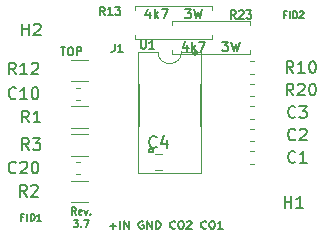
<source format=gto>
G04 #@! TF.GenerationSoftware,KiCad,Pcbnew,(5.1.9-0-10_14)*
G04 #@! TF.CreationDate,2021-04-29T15:18:39+10:00*
G04 #@! TF.ProjectId,VR-Conditioner-MAX9926+reg,56522d43-6f6e-4646-9974-696f6e65722d,3.7*
G04 #@! TF.SameCoordinates,PX68c4118PY713e7a8*
G04 #@! TF.FileFunction,Legend,Top*
G04 #@! TF.FilePolarity,Positive*
%FSLAX46Y46*%
G04 Gerber Fmt 4.6, Leading zero omitted, Abs format (unit mm)*
G04 Created by KiCad (PCBNEW (5.1.9-0-10_14)) date 2021-04-29 15:18:39*
%MOMM*%
%LPD*%
G01*
G04 APERTURE LIST*
%ADD10C,0.150000*%
%ADD11C,0.120000*%
%ADD12C,0.152400*%
G04 APERTURE END LIST*
D10*
X7933333Y3107143D02*
X8466666Y3107143D01*
X8200000Y2878572D02*
X8200000Y3335715D01*
X8800000Y2878572D02*
X8800000Y3478572D01*
X9133333Y2878572D02*
X9133333Y3478572D01*
X9533333Y2878572D01*
X9533333Y3478572D01*
X10766666Y3450000D02*
X10700000Y3478572D01*
X10600000Y3478572D01*
X10500000Y3450000D01*
X10433333Y3392858D01*
X10400000Y3335715D01*
X10366666Y3221429D01*
X10366666Y3135715D01*
X10400000Y3021429D01*
X10433333Y2964286D01*
X10500000Y2907143D01*
X10600000Y2878572D01*
X10666666Y2878572D01*
X10766666Y2907143D01*
X10800000Y2935715D01*
X10800000Y3135715D01*
X10666666Y3135715D01*
X11100000Y2878572D02*
X11100000Y3478572D01*
X11500000Y2878572D01*
X11500000Y3478572D01*
X11833333Y2878572D02*
X11833333Y3478572D01*
X12000000Y3478572D01*
X12100000Y3450000D01*
X12166666Y3392858D01*
X12200000Y3335715D01*
X12233333Y3221429D01*
X12233333Y3135715D01*
X12200000Y3021429D01*
X12166666Y2964286D01*
X12100000Y2907143D01*
X12000000Y2878572D01*
X11833333Y2878572D01*
X13466666Y2935715D02*
X13433333Y2907143D01*
X13333333Y2878572D01*
X13266666Y2878572D01*
X13166666Y2907143D01*
X13100000Y2964286D01*
X13066666Y3021429D01*
X13033333Y3135715D01*
X13033333Y3221429D01*
X13066666Y3335715D01*
X13100000Y3392858D01*
X13166666Y3450000D01*
X13266666Y3478572D01*
X13333333Y3478572D01*
X13433333Y3450000D01*
X13466666Y3421429D01*
X13900000Y3478572D02*
X14033333Y3478572D01*
X14100000Y3450000D01*
X14166666Y3392858D01*
X14200000Y3278572D01*
X14200000Y3078572D01*
X14166666Y2964286D01*
X14100000Y2907143D01*
X14033333Y2878572D01*
X13900000Y2878572D01*
X13833333Y2907143D01*
X13766666Y2964286D01*
X13733333Y3078572D01*
X13733333Y3278572D01*
X13766666Y3392858D01*
X13833333Y3450000D01*
X13900000Y3478572D01*
X14466666Y3421429D02*
X14500000Y3450000D01*
X14566666Y3478572D01*
X14733333Y3478572D01*
X14800000Y3450000D01*
X14833333Y3421429D01*
X14866666Y3364286D01*
X14866666Y3307143D01*
X14833333Y3221429D01*
X14433333Y2878572D01*
X14866666Y2878572D01*
X16100000Y2935715D02*
X16066666Y2907143D01*
X15966666Y2878572D01*
X15900000Y2878572D01*
X15800000Y2907143D01*
X15733333Y2964286D01*
X15700000Y3021429D01*
X15666666Y3135715D01*
X15666666Y3221429D01*
X15700000Y3335715D01*
X15733333Y3392858D01*
X15800000Y3450000D01*
X15900000Y3478572D01*
X15966666Y3478572D01*
X16066666Y3450000D01*
X16100000Y3421429D01*
X16533333Y3478572D02*
X16666666Y3478572D01*
X16733333Y3450000D01*
X16800000Y3392858D01*
X16833333Y3278572D01*
X16833333Y3078572D01*
X16800000Y2964286D01*
X16733333Y2907143D01*
X16666666Y2878572D01*
X16533333Y2878572D01*
X16466666Y2907143D01*
X16400000Y2964286D01*
X16366666Y3078572D01*
X16366666Y3278572D01*
X16400000Y3392858D01*
X16466666Y3450000D01*
X16533333Y3478572D01*
X17500000Y2878572D02*
X17100000Y2878572D01*
X17300000Y2878572D02*
X17300000Y3478572D01*
X17233333Y3392858D01*
X17166666Y3335715D01*
X17100000Y3307143D01*
X3768333Y18233334D02*
X4168333Y18233334D01*
X3968333Y17533334D02*
X3968333Y18233334D01*
X4535000Y18233334D02*
X4668333Y18233334D01*
X4735000Y18200000D01*
X4801666Y18133334D01*
X4835000Y18000000D01*
X4835000Y17766667D01*
X4801666Y17633334D01*
X4735000Y17566667D01*
X4668333Y17533334D01*
X4535000Y17533334D01*
X4468333Y17566667D01*
X4401666Y17633334D01*
X4368333Y17766667D01*
X4368333Y18000000D01*
X4401666Y18133334D01*
X4468333Y18200000D01*
X4535000Y18233334D01*
X5135000Y17533334D02*
X5135000Y18233334D01*
X5401666Y18233334D01*
X5468333Y18200000D01*
X5501666Y18166667D01*
X5535000Y18100000D01*
X5535000Y18000000D01*
X5501666Y17933334D01*
X5468333Y17900000D01*
X5401666Y17866667D01*
X5135000Y17866667D01*
X5072142Y4063572D02*
X4872142Y4349286D01*
X4729285Y4063572D02*
X4729285Y4663572D01*
X4957857Y4663572D01*
X5015000Y4635000D01*
X5043571Y4606429D01*
X5072142Y4549286D01*
X5072142Y4463572D01*
X5043571Y4406429D01*
X5015000Y4377858D01*
X4957857Y4349286D01*
X4729285Y4349286D01*
X5557857Y4092143D02*
X5500714Y4063572D01*
X5386428Y4063572D01*
X5329285Y4092143D01*
X5300714Y4149286D01*
X5300714Y4377858D01*
X5329285Y4435000D01*
X5386428Y4463572D01*
X5500714Y4463572D01*
X5557857Y4435000D01*
X5586428Y4377858D01*
X5586428Y4320715D01*
X5300714Y4263572D01*
X5786428Y4463572D02*
X5929285Y4063572D01*
X6072142Y4463572D01*
X6300714Y4120715D02*
X6329285Y4092143D01*
X6300714Y4063572D01*
X6272142Y4092143D01*
X6300714Y4120715D01*
X6300714Y4063572D01*
X4886428Y3613572D02*
X5257857Y3613572D01*
X5057857Y3385000D01*
X5143571Y3385000D01*
X5200714Y3356429D01*
X5229285Y3327858D01*
X5257857Y3270715D01*
X5257857Y3127858D01*
X5229285Y3070715D01*
X5200714Y3042143D01*
X5143571Y3013572D01*
X4972142Y3013572D01*
X4915000Y3042143D01*
X4886428Y3070715D01*
X5515000Y3070715D02*
X5543571Y3042143D01*
X5515000Y3013572D01*
X5486428Y3042143D01*
X5515000Y3070715D01*
X5515000Y3013572D01*
X5743571Y3613572D02*
X6143571Y3613572D01*
X5886428Y3013572D01*
X14510000Y18421429D02*
X14510000Y17888096D01*
X14319523Y18726191D02*
X14129047Y18154762D01*
X14624285Y18154762D01*
X14929047Y17888096D02*
X14929047Y18688096D01*
X15005238Y18192858D02*
X15233809Y17888096D01*
X15233809Y18421429D02*
X14929047Y18116667D01*
X15500476Y18688096D02*
X16033809Y18688096D01*
X15690952Y17888096D01*
X17481428Y18688096D02*
X17976666Y18688096D01*
X17710000Y18383334D01*
X17824285Y18383334D01*
X17900476Y18345239D01*
X17938571Y18307143D01*
X17976666Y18230953D01*
X17976666Y18040477D01*
X17938571Y17964286D01*
X17900476Y17926191D01*
X17824285Y17888096D01*
X17595714Y17888096D01*
X17519523Y17926191D01*
X17481428Y17964286D01*
X18243333Y18688096D02*
X18433809Y17888096D01*
X18586190Y18459524D01*
X18738571Y17888096D01*
X18929047Y18688096D01*
X11335000Y21201429D02*
X11335000Y20668096D01*
X11144523Y21506191D02*
X10954047Y20934762D01*
X11449285Y20934762D01*
X11754047Y20668096D02*
X11754047Y21468096D01*
X11830238Y20972858D02*
X12058809Y20668096D01*
X12058809Y21201429D02*
X11754047Y20896667D01*
X12325476Y21468096D02*
X12858809Y21468096D01*
X12515952Y20668096D01*
X14306428Y21468096D02*
X14801666Y21468096D01*
X14535000Y21163334D01*
X14649285Y21163334D01*
X14725476Y21125239D01*
X14763571Y21087143D01*
X14801666Y21010953D01*
X14801666Y20820477D01*
X14763571Y20744286D01*
X14725476Y20706191D01*
X14649285Y20668096D01*
X14420714Y20668096D01*
X14344523Y20706191D01*
X14306428Y20744286D01*
X15068333Y21468096D02*
X15258809Y20668096D01*
X15411190Y21239524D01*
X15563571Y20668096D01*
X15754047Y21468096D01*
D11*
G04 #@! TO.C,C20*
X5433279Y8511000D02*
X5107721Y8511000D01*
X5433279Y7491000D02*
X5107721Y7491000D01*
G04 #@! TO.C,C10*
X5107721Y13777500D02*
X5433279Y13777500D01*
X5107721Y14797500D02*
X5433279Y14797500D01*
G04 #@! TO.C,C4*
X11806422Y7799000D02*
X12323578Y7799000D01*
X11806422Y9219000D02*
X12323578Y9219000D01*
G04 #@! TO.C,C3*
X20165279Y13210000D02*
X19839721Y13210000D01*
X20165279Y12190000D02*
X19839721Y12190000D01*
G04 #@! TO.C,C2*
X20165279Y11305000D02*
X19839721Y11305000D01*
X20165279Y10285000D02*
X19839721Y10285000D01*
G04 #@! TO.C,C1*
X20165279Y9400000D02*
X19839721Y9400000D01*
X20165279Y8380000D02*
X19839721Y8380000D01*
G04 #@! TO.C,R23*
X13240000Y20090000D02*
X13240000Y20420000D01*
X13240000Y20420000D02*
X19780000Y20420000D01*
X19780000Y20420000D02*
X19780000Y20090000D01*
X13240000Y18010000D02*
X13240000Y17680000D01*
X13240000Y17680000D02*
X19780000Y17680000D01*
X19780000Y17680000D02*
X19780000Y18010000D01*
G04 #@! TO.C,R13*
X10065000Y21360000D02*
X10065000Y21690000D01*
X10065000Y21690000D02*
X16605000Y21690000D01*
X16605000Y21690000D02*
X16605000Y21360000D01*
X10065000Y19280000D02*
X10065000Y18950000D01*
X10065000Y18950000D02*
X16605000Y18950000D01*
X16605000Y18950000D02*
X16605000Y19280000D01*
D12*
G04 #@! TO.C,U1*
X10401300Y15076055D02*
X10401300Y11593945D01*
X15633700Y11593945D02*
X15633700Y15076055D01*
X11620500Y9378201D02*
X11239500Y9378201D01*
X11239500Y9378201D02*
X11239500Y9632201D01*
X11239500Y9632201D02*
X11620500Y9632201D01*
X11620500Y9632201D02*
X11620500Y9378201D01*
D11*
G04 #@! TO.C,R20*
X20173767Y14095000D02*
X19831233Y14095000D01*
X20173767Y15115000D02*
X19831233Y15115000D01*
G04 #@! TO.C,R10*
X20173767Y16000000D02*
X19831233Y16000000D01*
X20173767Y17020000D02*
X19831233Y17020000D01*
G04 #@! TO.C,J1*
X12017500Y17840000D02*
X10367500Y17840000D01*
X10367500Y17840000D02*
X10367500Y7560000D01*
X10367500Y7560000D02*
X15667500Y7560000D01*
X15667500Y7560000D02*
X15667500Y17840000D01*
X15667500Y17840000D02*
X14017500Y17840000D01*
X14017500Y17840000D02*
G75*
G02*
X12017500Y17840000I-1000000J0D01*
G01*
G04 #@! TO.C,R1*
X4670436Y13229000D02*
X6124564Y13229000D01*
X4670436Y11409000D02*
X6124564Y11409000D01*
G04 #@! TO.C,R2*
X4670436Y5122500D02*
X6124564Y5122500D01*
X4670436Y6942500D02*
X6124564Y6942500D01*
G04 #@! TO.C,R3*
X4670436Y10879500D02*
X6124564Y10879500D01*
X4670436Y9059500D02*
X6124564Y9059500D01*
G04 #@! TO.C,R12*
X4670436Y15346000D02*
X6124564Y15346000D01*
X4670436Y17166000D02*
X6124564Y17166000D01*
G04 #@! TO.C,C20*
D10*
X-7858Y7643858D02*
X-55477Y7596239D01*
X-198334Y7548620D01*
X-293572Y7548620D01*
X-436429Y7596239D01*
X-531667Y7691477D01*
X-579286Y7786715D01*
X-626905Y7977191D01*
X-626905Y8120048D01*
X-579286Y8310524D01*
X-531667Y8405762D01*
X-436429Y8501000D01*
X-293572Y8548620D01*
X-198334Y8548620D01*
X-55477Y8501000D01*
X-7858Y8453381D01*
X373095Y8453381D02*
X420714Y8501000D01*
X515952Y8548620D01*
X754047Y8548620D01*
X849285Y8501000D01*
X896904Y8453381D01*
X944523Y8358143D01*
X944523Y8262905D01*
X896904Y8120048D01*
X325476Y7548620D01*
X944523Y7548620D01*
X1563571Y8548620D02*
X1658809Y8548620D01*
X1754047Y8501000D01*
X1801666Y8453381D01*
X1849285Y8358143D01*
X1896904Y8167667D01*
X1896904Y7929572D01*
X1849285Y7739096D01*
X1801666Y7643858D01*
X1754047Y7596239D01*
X1658809Y7548620D01*
X1563571Y7548620D01*
X1468333Y7596239D01*
X1420714Y7643858D01*
X1373095Y7739096D01*
X1325476Y7929572D01*
X1325476Y8167667D01*
X1373095Y8358143D01*
X1420714Y8453381D01*
X1468333Y8501000D01*
X1563571Y8548620D01*
G04 #@! TO.C,C10*
X-7858Y13930358D02*
X-55477Y13882739D01*
X-198334Y13835120D01*
X-293572Y13835120D01*
X-436429Y13882739D01*
X-531667Y13977977D01*
X-579286Y14073215D01*
X-626905Y14263691D01*
X-626905Y14406548D01*
X-579286Y14597024D01*
X-531667Y14692262D01*
X-436429Y14787500D01*
X-293572Y14835120D01*
X-198334Y14835120D01*
X-55477Y14787500D01*
X-7858Y14739881D01*
X944523Y13835120D02*
X373095Y13835120D01*
X658809Y13835120D02*
X658809Y14835120D01*
X563571Y14692262D01*
X468333Y14597024D01*
X373095Y14549405D01*
X1563571Y14835120D02*
X1658809Y14835120D01*
X1754047Y14787500D01*
X1801666Y14739881D01*
X1849285Y14644643D01*
X1896904Y14454167D01*
X1896904Y14216072D01*
X1849285Y14025596D01*
X1801666Y13930358D01*
X1754047Y13882739D01*
X1658809Y13835120D01*
X1563571Y13835120D01*
X1468333Y13882739D01*
X1420714Y13930358D01*
X1373095Y14025596D01*
X1325476Y14216072D01*
X1325476Y14454167D01*
X1373095Y14644643D01*
X1420714Y14739881D01*
X1468333Y14787500D01*
X1563571Y14835120D01*
G04 #@! TO.C,C4*
X11898333Y9801858D02*
X11850714Y9754239D01*
X11707857Y9706620D01*
X11612619Y9706620D01*
X11469761Y9754239D01*
X11374523Y9849477D01*
X11326904Y9944715D01*
X11279285Y10135191D01*
X11279285Y10278048D01*
X11326904Y10468524D01*
X11374523Y10563762D01*
X11469761Y10659000D01*
X11612619Y10706620D01*
X11707857Y10706620D01*
X11850714Y10659000D01*
X11898333Y10611381D01*
X12755476Y10373286D02*
X12755476Y9706620D01*
X12517380Y10754239D02*
X12279285Y10039953D01*
X12898333Y10039953D01*
G04 #@! TO.C,C3*
X23645833Y12342858D02*
X23598214Y12295239D01*
X23455357Y12247620D01*
X23360119Y12247620D01*
X23217261Y12295239D01*
X23122023Y12390477D01*
X23074404Y12485715D01*
X23026785Y12676191D01*
X23026785Y12819048D01*
X23074404Y13009524D01*
X23122023Y13104762D01*
X23217261Y13200000D01*
X23360119Y13247620D01*
X23455357Y13247620D01*
X23598214Y13200000D01*
X23645833Y13152381D01*
X23979166Y13247620D02*
X24598214Y13247620D01*
X24264880Y12866667D01*
X24407738Y12866667D01*
X24502976Y12819048D01*
X24550595Y12771429D01*
X24598214Y12676191D01*
X24598214Y12438096D01*
X24550595Y12342858D01*
X24502976Y12295239D01*
X24407738Y12247620D01*
X24122023Y12247620D01*
X24026785Y12295239D01*
X23979166Y12342858D01*
G04 #@! TO.C,C2*
X23645833Y10437858D02*
X23598214Y10390239D01*
X23455357Y10342620D01*
X23360119Y10342620D01*
X23217261Y10390239D01*
X23122023Y10485477D01*
X23074404Y10580715D01*
X23026785Y10771191D01*
X23026785Y10914048D01*
X23074404Y11104524D01*
X23122023Y11199762D01*
X23217261Y11295000D01*
X23360119Y11342620D01*
X23455357Y11342620D01*
X23598214Y11295000D01*
X23645833Y11247381D01*
X24026785Y11247381D02*
X24074404Y11295000D01*
X24169642Y11342620D01*
X24407738Y11342620D01*
X24502976Y11295000D01*
X24550595Y11247381D01*
X24598214Y11152143D01*
X24598214Y11056905D01*
X24550595Y10914048D01*
X23979166Y10342620D01*
X24598214Y10342620D01*
G04 #@! TO.C,C1*
X23645833Y8532858D02*
X23598214Y8485239D01*
X23455357Y8437620D01*
X23360119Y8437620D01*
X23217261Y8485239D01*
X23122023Y8580477D01*
X23074404Y8675715D01*
X23026785Y8866191D01*
X23026785Y9009048D01*
X23074404Y9199524D01*
X23122023Y9294762D01*
X23217261Y9390000D01*
X23360119Y9437620D01*
X23455357Y9437620D01*
X23598214Y9390000D01*
X23645833Y9342381D01*
X24598214Y8437620D02*
X24026785Y8437620D01*
X24312500Y8437620D02*
X24312500Y9437620D01*
X24217261Y9294762D01*
X24122023Y9199524D01*
X24026785Y9151905D01*
G04 #@! TO.C,H2*
X508095Y19232620D02*
X508095Y20232620D01*
X508095Y19756429D02*
X1079523Y19756429D01*
X1079523Y19232620D02*
X1079523Y20232620D01*
X1508095Y20137381D02*
X1555714Y20185000D01*
X1650952Y20232620D01*
X1889047Y20232620D01*
X1984285Y20185000D01*
X2031904Y20137381D01*
X2079523Y20042143D01*
X2079523Y19946905D01*
X2031904Y19804048D01*
X1460476Y19232620D01*
X2079523Y19232620D01*
G04 #@! TO.C,H1*
X22733095Y4627620D02*
X22733095Y5627620D01*
X22733095Y5151429D02*
X23304523Y5151429D01*
X23304523Y4627620D02*
X23304523Y5627620D01*
X24304523Y4627620D02*
X23733095Y4627620D01*
X24018809Y4627620D02*
X24018809Y5627620D01*
X23923571Y5484762D01*
X23828333Y5389524D01*
X23733095Y5341905D01*
G04 #@! TO.C,R23*
X18600000Y20638334D02*
X18366666Y20971667D01*
X18200000Y20638334D02*
X18200000Y21338334D01*
X18466666Y21338334D01*
X18533333Y21305000D01*
X18566666Y21271667D01*
X18600000Y21205000D01*
X18600000Y21105000D01*
X18566666Y21038334D01*
X18533333Y21005000D01*
X18466666Y20971667D01*
X18200000Y20971667D01*
X18866666Y21271667D02*
X18900000Y21305000D01*
X18966666Y21338334D01*
X19133333Y21338334D01*
X19200000Y21305000D01*
X19233333Y21271667D01*
X19266666Y21205000D01*
X19266666Y21138334D01*
X19233333Y21038334D01*
X18833333Y20638334D01*
X19266666Y20638334D01*
X19500000Y21338334D02*
X19933333Y21338334D01*
X19700000Y21071667D01*
X19800000Y21071667D01*
X19866666Y21038334D01*
X19900000Y21005000D01*
X19933333Y20938334D01*
X19933333Y20771667D01*
X19900000Y20705000D01*
X19866666Y20671667D01*
X19800000Y20638334D01*
X19600000Y20638334D01*
X19533333Y20671667D01*
X19500000Y20705000D01*
G04 #@! TO.C,R13*
X7507282Y20953803D02*
X7273948Y21287136D01*
X7107282Y20953803D02*
X7107282Y21653803D01*
X7373948Y21653803D01*
X7440615Y21620469D01*
X7473948Y21587136D01*
X7507282Y21520469D01*
X7507282Y21420469D01*
X7473948Y21353803D01*
X7440615Y21320469D01*
X7373948Y21287136D01*
X7107282Y21287136D01*
X8173948Y20953803D02*
X7773948Y20953803D01*
X7973948Y20953803D02*
X7973948Y21653803D01*
X7907282Y21553803D01*
X7840615Y21487136D01*
X7773948Y21453803D01*
X8407282Y21653803D02*
X8840615Y21653803D01*
X8607282Y21387136D01*
X8707282Y21387136D01*
X8773948Y21353803D01*
X8807282Y21320469D01*
X8840615Y21253803D01*
X8840615Y21087136D01*
X8807282Y21020469D01*
X8773948Y20987136D01*
X8707282Y20953803D01*
X8507282Y20953803D01*
X8440615Y20987136D01*
X8407282Y21020469D01*
G04 #@! TO.C,U1*
X10579166Y18798334D02*
X10579166Y18231667D01*
X10612500Y18165000D01*
X10645833Y18131667D01*
X10712500Y18098334D01*
X10845833Y18098334D01*
X10912500Y18131667D01*
X10945833Y18165000D01*
X10979166Y18231667D01*
X10979166Y18798334D01*
X11679166Y18098334D02*
X11279166Y18098334D01*
X11479166Y18098334D02*
X11479166Y18798334D01*
X11412500Y18698334D01*
X11345833Y18631667D01*
X11279166Y18598334D01*
X15009880Y17780000D02*
X15247976Y17780000D01*
X15152738Y17541905D02*
X15247976Y17780000D01*
X15152738Y18018096D01*
X15438452Y17637143D02*
X15247976Y17780000D01*
X15438452Y17922858D01*
X15009880Y17780000D02*
X15247976Y17780000D01*
X15152738Y17541905D02*
X15247976Y17780000D01*
X15152738Y18018096D01*
X15438452Y17637143D02*
X15247976Y17780000D01*
X15438452Y17922858D01*
G04 #@! TO.C,R20*
X23487142Y14152620D02*
X23153809Y14628810D01*
X22915714Y14152620D02*
X22915714Y15152620D01*
X23296666Y15152620D01*
X23391904Y15105000D01*
X23439523Y15057381D01*
X23487142Y14962143D01*
X23487142Y14819286D01*
X23439523Y14724048D01*
X23391904Y14676429D01*
X23296666Y14628810D01*
X22915714Y14628810D01*
X23868095Y15057381D02*
X23915714Y15105000D01*
X24010952Y15152620D01*
X24249047Y15152620D01*
X24344285Y15105000D01*
X24391904Y15057381D01*
X24439523Y14962143D01*
X24439523Y14866905D01*
X24391904Y14724048D01*
X23820476Y14152620D01*
X24439523Y14152620D01*
X25058571Y15152620D02*
X25153809Y15152620D01*
X25249047Y15105000D01*
X25296666Y15057381D01*
X25344285Y14962143D01*
X25391904Y14771667D01*
X25391904Y14533572D01*
X25344285Y14343096D01*
X25296666Y14247858D01*
X25249047Y14200239D01*
X25153809Y14152620D01*
X25058571Y14152620D01*
X24963333Y14200239D01*
X24915714Y14247858D01*
X24868095Y14343096D01*
X24820476Y14533572D01*
X24820476Y14771667D01*
X24868095Y14962143D01*
X24915714Y15057381D01*
X24963333Y15105000D01*
X25058571Y15152620D01*
G04 #@! TO.C,R10*
X23487142Y16057620D02*
X23153809Y16533810D01*
X22915714Y16057620D02*
X22915714Y17057620D01*
X23296666Y17057620D01*
X23391904Y17010000D01*
X23439523Y16962381D01*
X23487142Y16867143D01*
X23487142Y16724286D01*
X23439523Y16629048D01*
X23391904Y16581429D01*
X23296666Y16533810D01*
X22915714Y16533810D01*
X24439523Y16057620D02*
X23868095Y16057620D01*
X24153809Y16057620D02*
X24153809Y17057620D01*
X24058571Y16914762D01*
X23963333Y16819524D01*
X23868095Y16771905D01*
X25058571Y17057620D02*
X25153809Y17057620D01*
X25249047Y17010000D01*
X25296666Y16962381D01*
X25344285Y16867143D01*
X25391904Y16676667D01*
X25391904Y16438572D01*
X25344285Y16248096D01*
X25296666Y16152858D01*
X25249047Y16105239D01*
X25153809Y16057620D01*
X25058571Y16057620D01*
X24963333Y16105239D01*
X24915714Y16152858D01*
X24868095Y16248096D01*
X24820476Y16438572D01*
X24820476Y16676667D01*
X24868095Y16867143D01*
X24915714Y16962381D01*
X24963333Y17010000D01*
X25058571Y17057620D01*
G04 #@! TO.C,J1*
X8339166Y18533334D02*
X8339166Y18033334D01*
X8305833Y17933334D01*
X8239166Y17866667D01*
X8139166Y17833334D01*
X8072500Y17833334D01*
X9039166Y17833334D02*
X8639166Y17833334D01*
X8839166Y17833334D02*
X8839166Y18533334D01*
X8772500Y18433334D01*
X8705833Y18366667D01*
X8639166Y18333334D01*
G04 #@! TO.C,FID2*
X22852142Y20997858D02*
X22652142Y20997858D01*
X22652142Y20683572D02*
X22652142Y21283572D01*
X22937857Y21283572D01*
X23166428Y20683572D02*
X23166428Y21283572D01*
X23452142Y20683572D02*
X23452142Y21283572D01*
X23595000Y21283572D01*
X23680714Y21255000D01*
X23737857Y21197858D01*
X23766428Y21140715D01*
X23795000Y21026429D01*
X23795000Y20940715D01*
X23766428Y20826429D01*
X23737857Y20769286D01*
X23680714Y20712143D01*
X23595000Y20683572D01*
X23452142Y20683572D01*
X24023571Y21226429D02*
X24052142Y21255000D01*
X24109285Y21283572D01*
X24252142Y21283572D01*
X24309285Y21255000D01*
X24337857Y21226429D01*
X24366428Y21169286D01*
X24366428Y21112143D01*
X24337857Y21026429D01*
X23995000Y20683572D01*
X24366428Y20683572D01*
G04 #@! TO.C,FID1*
X627142Y3852858D02*
X427142Y3852858D01*
X427142Y3538572D02*
X427142Y4138572D01*
X712857Y4138572D01*
X941428Y3538572D02*
X941428Y4138572D01*
X1227142Y3538572D02*
X1227142Y4138572D01*
X1370000Y4138572D01*
X1455714Y4110000D01*
X1512857Y4052858D01*
X1541428Y3995715D01*
X1570000Y3881429D01*
X1570000Y3795715D01*
X1541428Y3681429D01*
X1512857Y3624286D01*
X1455714Y3567143D01*
X1370000Y3538572D01*
X1227142Y3538572D01*
X2141428Y3538572D02*
X1798571Y3538572D01*
X1970000Y3538572D02*
X1970000Y4138572D01*
X1912857Y4052858D01*
X1855714Y3995715D01*
X1798571Y3967143D01*
G04 #@! TO.C,R1*
X1103333Y11866620D02*
X770000Y12342810D01*
X531904Y11866620D02*
X531904Y12866620D01*
X912857Y12866620D01*
X1008095Y12819000D01*
X1055714Y12771381D01*
X1103333Y12676143D01*
X1103333Y12533286D01*
X1055714Y12438048D01*
X1008095Y12390429D01*
X912857Y12342810D01*
X531904Y12342810D01*
X2055714Y11866620D02*
X1484285Y11866620D01*
X1770000Y11866620D02*
X1770000Y12866620D01*
X1674761Y12723762D01*
X1579523Y12628524D01*
X1484285Y12580905D01*
G04 #@! TO.C,R2*
X912833Y5580120D02*
X579500Y6056310D01*
X341404Y5580120D02*
X341404Y6580120D01*
X722357Y6580120D01*
X817595Y6532500D01*
X865214Y6484881D01*
X912833Y6389643D01*
X912833Y6246786D01*
X865214Y6151548D01*
X817595Y6103929D01*
X722357Y6056310D01*
X341404Y6056310D01*
X1293785Y6484881D02*
X1341404Y6532500D01*
X1436642Y6580120D01*
X1674738Y6580120D01*
X1769976Y6532500D01*
X1817595Y6484881D01*
X1865214Y6389643D01*
X1865214Y6294405D01*
X1817595Y6151548D01*
X1246166Y5580120D01*
X1865214Y5580120D01*
G04 #@! TO.C,R3*
X1103333Y9517120D02*
X770000Y9993310D01*
X531904Y9517120D02*
X531904Y10517120D01*
X912857Y10517120D01*
X1008095Y10469500D01*
X1055714Y10421881D01*
X1103333Y10326643D01*
X1103333Y10183786D01*
X1055714Y10088548D01*
X1008095Y10040929D01*
X912857Y9993310D01*
X531904Y9993310D01*
X1436666Y10517120D02*
X2055714Y10517120D01*
X1722380Y10136167D01*
X1865238Y10136167D01*
X1960476Y10088548D01*
X2008095Y10040929D01*
X2055714Y9945691D01*
X2055714Y9707596D01*
X2008095Y9612358D01*
X1960476Y9564739D01*
X1865238Y9517120D01*
X1579523Y9517120D01*
X1484285Y9564739D01*
X1436666Y9612358D01*
G04 #@! TO.C,R12*
X-7858Y15930620D02*
X-341191Y16406810D01*
X-579286Y15930620D02*
X-579286Y16930620D01*
X-198334Y16930620D01*
X-103096Y16883000D01*
X-55477Y16835381D01*
X-7858Y16740143D01*
X-7858Y16597286D01*
X-55477Y16502048D01*
X-103096Y16454429D01*
X-198334Y16406810D01*
X-579286Y16406810D01*
X944523Y15930620D02*
X373095Y15930620D01*
X658809Y15930620D02*
X658809Y16930620D01*
X563571Y16787762D01*
X468333Y16692524D01*
X373095Y16644905D01*
X1325476Y16835381D02*
X1373095Y16883000D01*
X1468333Y16930620D01*
X1706428Y16930620D01*
X1801666Y16883000D01*
X1849285Y16835381D01*
X1896904Y16740143D01*
X1896904Y16644905D01*
X1849285Y16502048D01*
X1277857Y15930620D01*
X1896904Y15930620D01*
G04 #@! TD*
M02*

</source>
